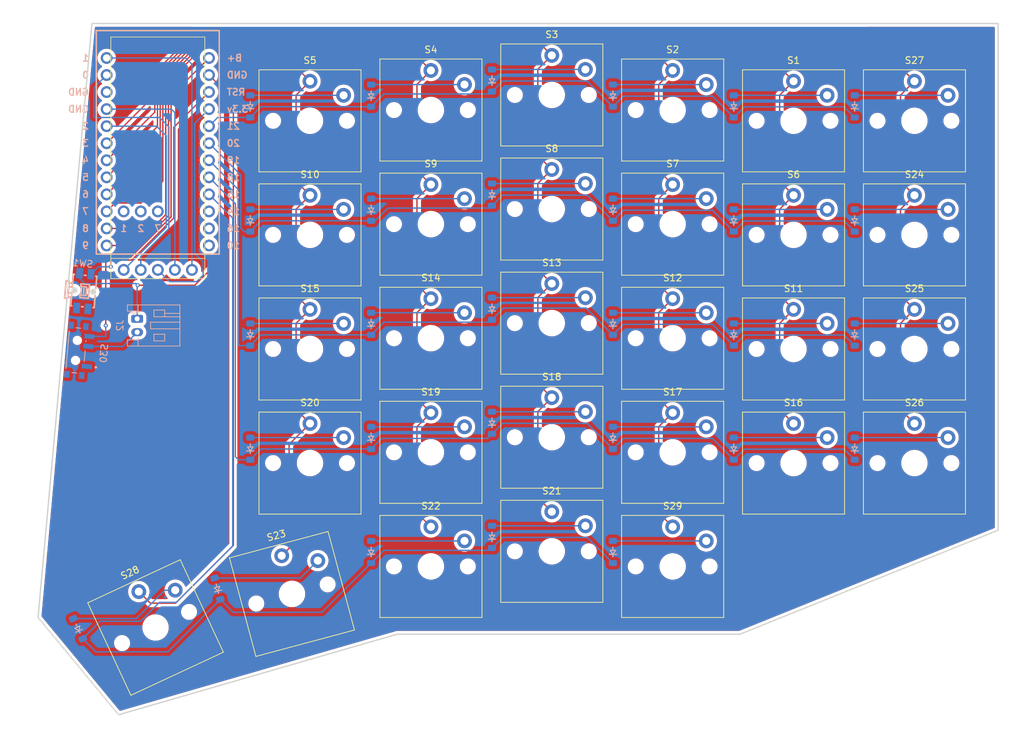
<source format=kicad_pcb>
(kicad_pcb (version 20240108) (generator "pcbnew") (generator_version "8.0")
  (layers (0 "F.Cu" signal) (31 "B.Cu" signal) (34 "B.Paste" user) (35 "F.Paste" user) (36 "B.SilkS" user "B.Silkscreen") (37 "F.SilkS" user "F.Silkscreen") (38 "B.Mask" user) (39 "F.Mask" user) (44 "Edge.Cuts" user))
  (net 0 "")
  (net 1 "row0")
  (net 2 "Net-(D1-A)")
  (net 3 "Net-(D2-A)")
  (net 4 "row1")
  (net 5 "Net-(D3-A)")
  (net 6 "row2")
  (net 7 "Net-(D4-A)")
  (net 8 "row3")
  (net 9 "Net-(D5-A)")
  (net 10 "Net-(D6-A)")
  (net 11 "Net-(D7-A)")
  (net 12 "Net-(D8-A)")
  (net 13 "Net-(D9-A)")
  (net 14 "Net-(D10-A)")
  (net 15 "Net-(D11-A)")
  (net 16 "Net-(D12-A)")
  (net 17 "Net-(D13-A)")
  (net 18 "row4")
  (net 19 "Net-(D14-A)")
  (net 20 "Net-(D15-A)")
  (net 21 "Net-(D16-A)")
  (net 22 "Net-(D17-A)")
  (net 23 "Net-(D18-A)")
  (net 24 "Net-(D19-A)")
  (net 25 "Net-(D20-A)")
  (net 26 "Net-(D21-A)")
  (net 27 "Net-(D22-A)")
  (net 28 "Net-(D23-A)")
  (net 29 "Net-(D24-A)")
  (net 30 "Net-(D25-A)")
  (net 31 "Net-(D26-A)")
  (net 32 "Net-(D27-A)")
  (net 33 "Net-(D28-A)")
  (net 34 "Net-(D29-A)")
  (net 35 "col0")
  (net 36 "col1")
  (net 37 "col2")
  (net 38 "col3")
  (net 39 "col4")
  (net 40 "col5")
  (net 41 "view_gnd")
  (net 42 "CS")
  (net 43 "SCK")
  (net 44 "view_pwr")
  (net 45 "row5")
  (net 46 "col6")
  (net 47 "MOSI")
  (net 48 "gnd")
  (net 49 "bat+")
  (net 51 "nano+")
  (net 54 "reset")
  (footprint "ScottoKeebs_Choc:Choc_V1_1.00u" (layer "F.Cu") (at 134.162628 127.65)
    (property "Reference" "S22")
    (property "Value" "Keyswitch")
  )
  (footprint "ScottoKeebs_Choc:Choc_V1_1.00u" (layer "F.Cu") (at 152.162628 91.4)
    (property "Reference" "S13")
    (property "Value" "Keyswitch")
  )
  (footprint "ScottoKeebs_Choc:Choc_V1_1.00u" (layer "F.Cu") (at 188.162628 95.25)
    (property "Reference" "S11")
    (property "Value" "Keyswitch")
  )
  (footprint "ScottoKeebs_Choc:Choc_V1_1.00u" (layer "F.Cu") (at 113.47522 131.75 15)
    (property "Reference" "S23")
    (property "Value" "Keyswitch")
  )
  (footprint "ScottoKeebs_Choc:Choc_V1_1.00u" (layer "F.Cu") (at 188.162628 112.25)
    (property "Reference" "S16")
    (property "Value" "Keyswitch")
  )
  (footprint "ScottoKeebs_Choc:Choc_V1_1.00u" (layer "F.Cu") (at 206.162628 112.25)
    (property "Reference" "S26")
    (property "Value" "Keyswitch")
  )
  (footprint "ScottoKeebs_Choc:Choc_V1_1.00u" (layer "F.Cu") (at 93.162628 136.75 25)
    (property "Reference" "S28")
    (property "Value" "Keyswitch")
  )
  (footprint "ScottoKeebs_Choc:Choc_V1_1.00u" (layer "F.Cu") (at 152.162628 74.4)
    (property "Reference" "S8")
    (property "Value" "Keyswitch")
  )
  (footprint "ScottoKeebs_Choc:Choc_V1_1.00u" (layer "F.Cu") (at 206.162628 78.25)
    (property "Reference" "S24")
    (property "Value" "Keyswitch")
  )
  (footprint "ScottoKeebs_Choc:Choc_V1_1.00u" (layer "F.Cu") (at 170.162628 93.65)
    (property "Reference" "S12")
    (property "Value" "Keyswitch")
  )
  (footprint "ScottoKeebs_Choc:Choc_V1_1.00u" (layer "F.Cu") (at 116.162628 95.25)
    (property "Reference" "S15")
    (property "Value" "Keyswitch")
  )
  (footprint "ScottoKeebs_Choc:Choc_V1_1.00u" (layer "F.Cu") (at 170.162628 59.65)
    (property "Reference" "S2")
    (property "Value" "Keyswitch")
  )
  (footprint "ScottoKeebs_Choc:Choc_V1_1.00u" (layer "F.Cu") (at 206.162628 95.25)
    (property "Reference" "S25")
    (property "Value" "Keyswitch")
  )
  (footprint "ScottoKeebs_Choc:Choc_V1_1.00u" (layer "F.Cu") (at 170.162628 110.65)
    (property "Reference" "S17")
    (property "Value" "Keyswitch")
  )
  (footprint "ScottoKeebs_Choc:Choc_V1_1.00u" (layer "F.Cu") (at 152.162628 57.4)
    (property "Reference" "S3")
    (property "Value" "Keyswitch")
  )
  (footprint "ScottoKeebs_Choc:Choc_V1_1.00u" (layer "F.Cu") (at 170.162628 127.65)
    (property "Reference" "S29")
    (property "Value" "Keyswitch")
  )
  (footprint "ScottoKeebs_Choc:Choc_V1_1.00u" (layer "F.Cu") (at 170.162628 76.65)
    (property "Reference" "S7")
    (property "Value" "Keyswitch")
  )
  (footprint "ScottoKeebs_Choc:Choc_V1_1.00u" (layer "F.Cu") (at 134.162628 93.65)
    (property "Reference" "S14")
    (property "Value" "Keyswitch")
  )
  (footprint "Nice!View_THT:Nice!View" (layer "F.Cu") (at 86.500128 84.7625)
    (property "Reference" "J1" (hide yes))
    (property "Value" "Conn_01x05_Socket" (hide yes))
  )
  (footprint "ScottoKeebs_Choc:Choc_V1_1.00u" (layer "F.Cu") (at 152.162628 108.4)
    (property "Reference" "S18")
    (property "Value" "Keyswitch")
  )
  (footprint "ScottoKeebs_Choc:Choc_V1_1.00u" (layer "F.Cu") (at 188.162628 78.25)
    (property "Reference" "S6")
    (property "Value" "Keyswitch")
  )
  (footprint "ScottoKeebs_MCU:Nice_Nano_V2" (layer "F.Cu") (at 93.5 65.58)
    (property "Reference" "U3" (hide yes))
    (property "Value" "Nice_Nano_V2" (hide yes))
  )
  (footprint "ScottoKeebs_Choc:Choc_V1_1.00u" (layer "F.Cu") (at 152.162628 125.4)
    (property "Reference" "S21")
    (property "Value" "Keyswitch")
  )
  (footprint "ScottoKeebs_Choc:Choc_V1_1.00u" (layer "F.Cu") (at 206.162628 61.25)
    (property "Reference" "S27")
    (property "Value" "Keyswitch")
  )
  (footprint "ScottoKeebs_Choc:Choc_V1_1.00u" (layer "F.Cu") (at 188.162628 61.25)
    (property "Reference" "S1")
    (property "Value" "Keyswitch")
  )
  (footprint "ScottoKeebs_Choc:Choc_V1_1.00u" (layer "F.Cu") (at 134.162628 110.65)
    (property "Reference" "S19")
    (property "Value" "Keyswitch")
  )
  (footprint "ScottoKeebs_Choc:Choc_V1_1.00u" (layer "F.Cu") (at 116.162628 112.25)
    (property "Reference" "S20")
    (property "Value" "Keyswitch")
  )
  (footprint "ScottoKeebs_Choc:Choc_V1_1.00u" (layer "F.Cu") (at 134.162628 59.65)
    (property "Reference" "S4")
    (property "Value" "Keyswitch")
  )
  (footprint "ScottoKeebs_Choc:Choc_V1_1.00u" (layer "F.Cu") (at 116.162628 78.25)
    (property "Reference" "S10")
    (property "Value" "Keyswitch")
  )
  (footprint "ScottoKeebs_Choc:Choc_V1_1.00u" (layer "F.Cu") (at 116.162628 61.25)
    (property "Reference" "S5")
    (property "Value" "Keyswitch")
  )
  (footprint "ScottoKeebs_Choc:Choc_V1_1.00u" (layer "F.Cu") (at 134.162628 76.65)
    (property "Reference" "S9")
    (property "Value" "Keyswitch")
  )
  (footprint "ScottoKeebs_Components:Diode_SOD-123" (layer "B.Cu") (at 125.262628 125.5 90)
    (property "Reference" "D22" (hide yes))
    (property "Value" "Diode")
  )
  (footprint "ScottoKeebs_Components:Diode_SOD-123" (layer "B.Cu") (at 143.262628 106.25 90)
    (property "Reference" "D18" (hide yes))
    (property "Value" "Diode")
  )
  (footprint "ScottoKeebs_Components:Diode_SOD-123" (layer "B.Cu") (at 125.262628 91.5 90)
    (property "Reference" "D9" (hide yes))
    (property "Value" "Diode")
  )
  (footprint "ScottoKeebs_Components:Diode_SOD-123" (layer "B.Cu") (at 179.262628 76.1 90)
    (property "Reference" "D11" (hide yes))
    (property "Value" "Diode")
  )
  (footprint "ScottoKeebs_Components:Diode_SOD-123" (layer "B.Cu") (at 179.262628 110.1 90)
    (property "Reference" "D16" (hide yes))
    (property "Value" "Diode")
  )
  (footprint "Connector_JST:JST_PH_S2B-PH-K_1x02_P2.00mm_Horizontal" (layer "B.Cu") (at 90.425128 90.75 -90)
    (property "Reference" "J2")
    (property "Value" "Conn_01x02")
  )
  (footprint "ScottoKeebs_Components:Diode_SOD-123" (layer "B.Cu") (at 179.262628 93.1 90)
    (property "Reference" "D6" (hide yes))
    (property "Value" "Diode")
  )
  (footprint "ScottoKeebs_Components:Diode_SOD-123" (layer "B.Cu") (at 161.262628 74.5 90)
    (property "Reference" "D12" (hide yes))
    (property "Value" "Diode")
  )
  (footprint "ScottoKeebs_Components:Diode_SOD-123" (layer "B.Cu") (at 161.262628 108.5 90)
    (property "Reference" "D17" (hide yes))
    (property "Value" "Diode")
  )
  (footprint "ScottoKeebs_Components:Diode_SOD-123" (layer "B.Cu") (at 107.262628 59.1 90)
    (property "Reference" "D5" (hide yes))
    (property "Value" "Diode")
  )
  (footprint "ScottoKeebs_Components:Diode_SOD-123" (layer "B.Cu") (at 161.262628 57.5 90)
    (property "Reference" "D2" (hide yes))
    (property "Value" "Diode")
  )
  (footprint "ScottoKeebs_Components:Diode_SOD-123" (layer "B.Cu") (at 197.262628 76.1 90)
    (property "Reference" "D24" (hide yes))
    (property "Value" "Diode")
  )
  (footprint "ScottoKeebs_Components:Diode_SOD-123" (layer "B.Cu") (at 125.262628 74.5 90)
    (property "Reference" "D14" (hide yes))
    (property "Value" "Diode")
  )
  (footprint "SSSS811101:SW_SSSS811101" (layer "B.Cu") (at 81.375128 95.4625 85)
    (property "Reference" "S30")
    (property "Value" "SSSS811101")
  )
  (footprint "ScottoKeebs_Components:Diode_SOD-123" (layer "B.Cu") (at 107.262628 110.1 90)
    (property "Reference" "D20" (hide yes))
    (property "Value" "Diode")
  )
  (footprint "ScottoKeebs_Components:Diode_SOD-123" (layer "B.Cu") (at 197.262628 59.1 90)
    (property "Reference" "D27" (hide yes))
    (property "Value" "Diode")
  )
  (footprint "ScottoKeebs_Components:Diode_SOD-123" (layer "B.Cu") (at 161.262628 91.5 90)
    (property "Reference" "D7" (hide yes))
    (property "Value" "Diode")
  )
  (footprint "ScottoKeebs_Components:Diode_SOD-123" (layer "B.Cu") (at 125.262628 57.5 90)
    (property "Reference" "D4" (hide yes))
    (property "Value" "Diode")
  )
  (footprint "ScottoKeebs_Components:Diode_SOD-123" (layer "B.Cu") (at 81.619499 136.917242 115)
    (property "Reference" "D28" (hide yes))
    (property "Value" "Diode")
  )
  (footprint "ScottoKeebs_Components:Diode_SOD-123" (layer "B.Cu") (at 143.262628 89.25 90)
    (property "Reference" "D8" (hide yes))
    (property "Value" "Diode")
  )
  (footprint "ScottoKeebs_Components:Diode_SOD-123" (layer "B.Cu") (at 143.262628 55.25 90)
    (property "Reference" "D3" (hide yes))
    (property "Value" "Diode")
  )
  (footprint "ScottoKeebs_Components:Diode_SOD-123" (layer "B.Cu") (at 107.262628 93.1 90)
    (property "Reference" "D10" (hide yes))
    (property "Value" "Diode")
  )
  (footprint "ScottoKeebs_Components:Diode_SOD-123" (layer "B.Cu") (at 197.262628 93.1 90)
    (property "Reference" "D25" (hide yes))
    (property "Value" "Diode")
  )
  (footprint "ScottoKeebs_Components:Diode_SOD-123" (layer "B.Cu") (at 143.262628 72.25 90)
    (property "Reference" "D13" (hide yes))
    (property "Value" "Diode")
  )
  (footprint "ScottoKeebs_Components:Diode_SOD-123" (layer "B.Cu") (at 179.262628 59.1 90)
    (property "Reference" "D1" (hide yes))
    (property "Value" "Diode")
  )
  (footprint "EVQPUC02K:EVQPUC02K" (layer "B.Cu") (at 82.475128 86.6125 175)
    (property "Reference" "SW1")
    (property "Value" "~" (hide yes))
    (fp_poly (pts (xy 1.85 0) (xy 1.831772 0.12678) (xy 1.778564 0.243288) (xy 1.694687 0.340087) (xy 1.586937 0.409334) (xy 1.464042 0.44542) (xy 1.335958 0.44542) (xy 1.213063 0.409334) (xy 1.105313 0.340087) (xy 1.021436 0.243288) (xy 0.968228 0.12678) (xy 0.95 0) (xy 0.968228 -0.12678) (xy 1.021436 -0.243288) (xy 1.105313 -0.340086) (xy 1.213063 -0.409334) (xy 1.335958 -0.44542) (xy 1.464042 -0.44542) (xy 1.586937 -0.409334) (xy 1.694687 -0.340087) (xy 1.778564 -0.243288) (xy 1.831772 -0.12678)) (fill solid) (layer "Edge.Cuts"))
    (fp_poly (pts (xy -0.95 0) (xy -0.968228 0.12678) (xy -1.021436 0.243288) (xy -1.105313 0.340086) (xy -1.213063 0.409334) (xy -1.335958 0.44542) (xy -1.464042 0.44542) (xy -1.586937 0.409334) (xy -1.694687 0.340087) (xy -1.778564 0.243288) (xy -1.831772 0.12678) (xy -1.85 0) (xy -1.831772 -0.12678) (xy -1.778564 -0.243288) (xy -1.694687 -0.340087) (xy -1.586937 -0.409334) (xy -1.464042 -0.44542) (xy -1.335958 -0.44542) (xy -1.213063 -0.409334) (xy -1.105313 -0.340087) (xy -1.021436 -0.243288) (xy -0.968228 -0.12678)) (fill solid) (layer "Edge.Cuts"))
  )
  (footprint "ScottoKeebs_Components:Diode_SOD-123" (layer "B.Cu") (at 125.262628 108.5 90)
    (property "Reference" "D19" (hide yes))
    (property "Value" "Diode")
  )
  (footprint "ScottoKeebs_Components:Diode_SOD-123" (layer "B.Cu") (at 102.371142 130.971351 105)
    (property "Reference" "D23" (hide yes))
    (property "Value" "Diode")
  )
  (footprint "ScottoKeebs_Components:Diode_SOD-123" (layer "B.Cu") (at 161.262628 125.5 90)
    (property "Reference" "D29" (hide yes))
    (property "Value" "Diode")
  )
  (footprint "ScottoKeebs_Components:Diode_SOD-123" (layer "B.Cu") (at 197.262628 110.1 90)
    (property "Reference" "D26" (hide yes))
    (property "Value" "Diode")
  )
  (footprint "ScottoKeebs_Components:Diode_SOD-123" (layer "B.Cu") (at 107.262628 76.1 90)
    (property "Reference" "D15" (hide yes))
    (property "Value" "Diode")
  )
  (footprint "ScottoKeebs_Components:Diode_SOD-123" (layer "B.Cu") (at 143.262628 123.25 90)
    (property "Reference" "D21" (hide yes))
    (property "Value" "Diode")
  )
  (gr_poly (pts (xy 83.687628 46.75) (xy 75.662628 135.25) (xy 87.662628 149.75) (xy 125.662628 138.75) (xy 129.162628 137.75) (xy 180.162628 137.75) (xy 218.625128 122.25) (xy 218.625128 46.75)) (stroke (width 0.2)) (fill none) (layer "Edge.Cuts"))
  (segment (start 102.42 60.75) (end 101.12 62.05) (width 0.2) (layer "B.Cu") (net 1))
  (segment (start 179.262628 60.75) (end 180.837628 59.175) (width 0.2) (layer "B.Cu") (net 1))
  (segment (start 195.687628 59.175) (end 197.262628 60.75) (width 0.2) (layer "B.Cu") (net 1))
  (segment (start 157.437628 55.325) (end 161.262628 59.15) (width 0.2) (layer "B.Cu") (net 1))
  (segment (start 180.837628 59.175) (end 195.687628 59.175) (width 0.2) (layer "B.Cu") (net 1))
  (segment (start 144.837628 55.325) (end 157.437628 55.325) (width 0.2) (layer "B.Cu") (net 1))
  (segment (start 108.862628 59.15) (end 125.262628 59.15) (width 0.2) (layer "B.Cu") (net 1))
  (segment (start 125.262628 59.15) (end 127.162628 57.25) (width 0.2) (layer "B.Cu") (net 1))
  (segment (start 176.087628 57.575) (end 179.262628 60.75) (width 0.2) (layer "B.Cu") (net 1))
  (segment (start 162.837628 57.575) (end 176.087628 57.575) (width 0.2) (layer "B.Cu") (net 1))
  (segment (start 142.912628 57.25) (end 143.262628 56.9) (width 0.2) (layer "B.Cu") (net 1))
  (segment (start 107.262628 60.75) (end 108.862628 59.15) (width 0.2) (layer "B.Cu") (net 1))
  (segment (start 143.262628 56.9) (end 144.837628 55.325) (width 0.2) (layer "B.Cu") (net 1))
  (segment (start 127.162628 57.25) (end 142.912628 57.25) (width 0.2) (layer "B.Cu") (net 1))
  (segment (start 107.262628 60.75) (end 102.42 60.75) (width 0.2) (layer "B.Cu") (net 1))
  (segment (start 161.262628 59.15) (end 162.837628 57.575) (width 0.2) (layer "B.Cu") (net 1))
  (segment (start 193.162628 57.45) (end 179.262628 57.45) (width 0.2) (layer "B.Cu") (net 2))
  (segment (start 175.162628 55.85) (end 161.262628 55.85) (width 0.2) (layer "B.Cu") (net 3))
  (segment (start 107.262628 77.75) (end 106.35 77.75) (width 0.2) (layer "B.Cu") (net 4))
  (segment (start 125.862628 76.15) (end 127.762628 74.25) (width 0.2) (layer "B.Cu") (net 4))
  (segment (start 108.862628 76.15) (end 125.262628 76.15) (width 0.2) (layer "B.Cu") (net 4))
  (segment (start 195.687628 76.175) (end 197.262628 77.75) (width 0.2) (layer "B.Cu") (net 4))
  (segment (start 157.437628 72.325) (end 161.262628 76.15) (width 0.2) (layer "B.Cu") (net 4))
  (segment (start 176.087628 74.575) (end 179.262628 77.75) (width 0.2) (layer "B.Cu") (net 4))
  (segment (start 180.837628 76.175) (end 195.687628 76.175) (width 0.2) (layer "B.Cu") (net 4))
  (segment (start 162.837628 74.575) (end 176.087628 74.575) (width 0.2) (layer "B.Cu") (net 4))
  (segment (start 143.262628 73.9) (end 144.837628 72.325) (width 0.2) (layer "B.Cu") (net 4))
  (segment (start 105.85 69.32) (end 101.12 64.59) (width 0.2) (layer "B.Cu") (net 4))
  (segment (start 144.837628 72.325) (end 157.437628 72.325) (width 0.2) (layer "B.Cu") (net 4))
  (segment (start 105.85 77.25) (end 105.85 69.32) (width 0.2) (layer "B.Cu") (net 4))
  (segment (start 142.912628 74.25) (end 143.262628 73.9) (width 0.2) (layer "B.Cu") (net 4))
  (segment (start 179.262628 77.75) (end 180.837628 76.175) (width 0.2) (layer "B.Cu") (net 4))
  (segment (start 161.262628 76.15) (end 162.837628 74.575) (width 0.2) (layer "B.Cu") (net 4))
  (segment (start 127.762628 74.25) (end 142.912628 74.25) (width 0.2) (layer "B.Cu") (net 4))
  (segment (start 106.35 77.75) (end 105.85 77.25) (width 0.2) (layer "B.Cu") (net 4))
  (segment (start 125.262628 76.15) (end 125.862628 76.15) (width 0.2) (layer "B.Cu") (net 4))
  (segment (start 107.262628 77.75) (end 108.862628 76.15) (width 0.2) (layer "B.Cu") (net 4))
  (segment (start 157.162628 53.6) (end 143.262628 53.6) (width 0.2) (layer "B.Cu") (net 5))
  (segment (start 105.45 71.46) (end 101.12 67.13) (width 0.2) (layer "B.Cu") (net 6))
  (segment (start 176.087628 91.575) (end 179.262628 94.75) (width 0.2) (layer "B.Cu") (net 6))
  (segment (start 161.262628 93.15) (end 162.837628 91.575) (width 0.2) (layer "B.Cu") (net 6))
  (segment (start 142.912628 91.25) (end 143.262628 90.9) (width 0.2) (layer "B.Cu") (net 6))
  (segment (start 180.837628 93.175) (end 195.687628 93.175) (width 0.2) (layer "B.Cu") (net 6))
  (segment (start 108.862628 93.15) (end 125.262628 93.15) (width 0.2) (layer "B.Cu") (net 6))
  (segment (start 162.837628 91.575) (end 176.087628 91.575) (width 0.2) (layer "B.Cu") (net 6))
  (segment (start 127.162628 91.25) (end 142.912628 91.25) (width 0.2) (layer "B.Cu") (net 6))
  (segment (start 157.262628 89.15) (end 161.262628 93.15) (width 0.2) (layer "B.Cu") (net 6))
  (segment (start 105.7 94.75) (end 105.45 94.5) (width 0.2) (layer "B.Cu") (net 6))
  (segment (start 195.687628 93.175) (end 197.262628 94.75) (width 0.2) (layer "B.Cu") (net 6))
  (segment (start 107.262628 94.75) (end 108.862628 93.15) (width 0.2) (layer "B.Cu") (net 6))
  (segment (start 143.262628 90.9) (end 145.012628 89.15) (width 0.2) (layer "B.Cu") (net 6))
  (segment (start 179.262628 94.75) (end 180.837628 93.175) (width 0.2) (layer "B.Cu") (net 6))
  (segment (start 145.012628 89.15) (end 157.262628 89.15) (width 0.2) (layer "B.Cu") (net 6))
  (segment (start 125.262628 93.15) (end 127.162628 91.25) (width 0.2) (layer "B.Cu") (net 6))
  (segment (start 105.45 94.5) (end 105.45 71.46) (width 0.2) (layer "B.Cu") (net 6))
  (segment (start 107.262628 94.75) (end 105.7 94.75) (width 0.2) (layer "B.Cu") (net 6))
  (segment (start 125.262628 55.85) (end 139.162628 55.85) (width 0.2) (layer "B.Cu") (net 7))
  (segment (start 105.05 73.6) (end 101.12 69.67) (width 0.2) (layer "B.Cu") (net 8))
  (segment (start 105.5 111.75) (end 105.05 111.3) (width 0.2) (layer "B.Cu") (net 8))
  (segment (start 161.262628 110.15) (end 162.837628 108.575) (width 0.2) (layer "B.Cu") (net 8))
  (segment (start 179.262628 111.75) (end 180.837628 110.175) (width 0.2) (layer "B.Cu") (net 8))
  (segment (start 126.837628 108.575) (end 142.587628 108.575) (width 0.2) (layer "B.Cu") (net 8))
  (segment (start 144.837628 106.325) (end 157.437628 106.325) (width 0.2) (layer "B.Cu") (net 8))
  (segment (start 105.05 111.3) (end 105.05 73.6) (width 0.2) (layer "B.Cu") (net 8))
  (segment (start 107.262628 111.75) (end 105.5 111.75) (width 0.2) (layer "B.Cu") (net 8))
  (segment (start 143.262628 107.9) (end 144.837628 106.325) (width 0.2) (layer "B.Cu") (net 8))
  (segment (start 107.262628 111.75) (end 108.862628 110.15) (width 0.2) (layer "B.Cu") (net 8))
  (segment (start 157.437628 106.325) (end 161.262628 110.15) (width 0.2) (layer "B.Cu") (net 8))
  (segment (start 195.687628 110.175) (end 197.262628 111.75) (width 0.2) (layer "B.Cu") (net 8))
  (segment (start 142.587628 108.575) (end 143.262628 107.9) (width 0.2) (layer "B.Cu") (net 8))
  (segment (start 108.862628 110.15) (end 125.262628 110.15) (width 0.2) (layer "B.Cu") (net 8))
  (segment (start 162.837628 108.575) (end 176.087628 108.575) (width 0.2) (layer "B.Cu") (net 8))
  (segment (start 180.837628 110.175) (end 195.687628 110.175) (width 0.2) (layer "B.Cu") (net 8))
  (segment (start 176.087628 108.575) (end 179.262628 111.75) (width 0.2) (layer "B.Cu") (net 8))
  (segment (start 125.262628 110.15) (end 126.837628 108.575) (width 0.2) (layer "B.Cu") (net 8))
  (segment (start 121.162628 57.45) (end 107.262628 57.45) (width 0.2) (layer "B.Cu") (net 9))
  (segment (start 193.162628 91.45) (end 179.262628 91.45) (width 0.2) (layer "B.Cu") (net 10))
  (segment (start 175.162628 89.85) (end 161.262628 89.85) (width 0.2) (layer "B.Cu") (net 11))
  (segment (start 157.4 87.6) (end 157.75 87.25) (width 0.2) (layer "B.Cu") (net 12))
  (segment (start 157.162628 87.6) (end 157.4 87.6) (width 0.2) (layer "B.Cu") (net 12))
  (segment (start 157.4 87.6) (end 143.262628 87.6) (width 0.2) (layer "B.Cu") (net 12))
  (segment (start 125.262628 89.85) (end 139.162628 89.85) (width 0.2) (layer "B.Cu") (net 13))
  (segment (start 121.162628 91.45) (end 107.262628 91.45) (width 0.2) (layer "B.Cu") (net 14))
  (segment (start 179.262628 74.45) (end 193.162628 74.45) (width 0.2) (layer "B.Cu") (net 15))
  (segment (start 161.262628 72.85) (end 175.162628 72.85) (width 0.2) (layer "B.Cu") (net 16))
  (segment (start 143.262628 70.6) (end 157.162628 70.6) (width 0.2) (layer "B.Cu") (net 17))
  (segment (start 104.65 124.611056) (end 104.65 75.74) (width 0.2) (layer "B.Cu") (net 18))
  (segment (start 82.316819 138.41265) (end 84.27857 140.374401) (width 0.2) (layer "B.Cu") (net 18))
  (segment (start 84.907635 135.821834) (end 90.928166 135.821834) (width 0.2) (layer "B.Cu") (net 18))
  (segment (start 93.75 133) (end 96.261056 133) (width 0.2) (layer "B.Cu") (net 18))
  (segment (start 157.437628 123.325) (end 161.262628 127.15) (width 0.2) (layer "B.Cu") (net 18))
  (segment (start 84.27857 140.374401) (end 94.988922 140.374401) (width 0.2) (layer "B.Cu") (net 18))
  (segment (start 94.988922 140.374401) (end 102.798195 132.565128) (width 0.2) (layer "B.Cu") (net 18))
  (segment (start 125.262628 127.15) (end 127.162628 125.25) (width 0.2) (layer "B.Cu") (net 18))
  (segment (start 117.939123 134.473505) (end 125.262628 127.15) (width 0.2) (layer "B.Cu") (net 18))
  (segment (start 102.798195 132.565128) (end 104.706572 134.473505) (width 0.2) (layer "B.Cu") (net 18))
  (segment (start 127.162628 125.25) (end 142.912628 125.25) (width 0.2) (layer "B.Cu") (net 18))
  (segment (start 82.316819 138.41265) (end 84.907635 135.821834) (width 0.2) (layer "B.Cu") (net 18))
  (segment (start 144.837628 123.325) (end 157.437628 123.325) (width 0.2) (layer "B.Cu") (net 18))
  (segment (start 142.912628 125.25) (end 143.262628 124.9) (width 0.2) (layer "B.Cu") (net 18))
  (segment (start 96.261056 133) (end 104.65 124.611056) (width 0.2) (layer "B.Cu") (net 18))
  (segment (start 104.65 75.74) (end 101.12 72.21) (width 0.2) (layer "B.Cu") (net 18))
  (segment (start 104.706572 134.473505) (end 117.939123 134.473505) (width 0.2) (layer "B.Cu") (net 18))
  (segment (start 143.262628 124.9) (end 144.837628 123.325) (width 0.2) (layer "B.Cu") (net 18))
  (segment (start 90.928166 135.821834) (end 93.75 133) (width 0.2) (layer "B.Cu") (net 18))
  (segment (start 139.162628 72.85) (end 125.262628 72.85) (width 0.2) (layer "B.Cu") (net 19))
  (segment (start 107.262628 74.45) (end 121.162628 74.45) (width 0.2) (layer "B.Cu") (net 20))
  (segment (start 179.262628 108.45) (end 193.162628 108.45) (width 0.2) (layer "B.Cu") (net 21))
  (segment (start 161.262628 106.85) (end 175.162628 106.85) (width 0.2) (layer "B.Cu") (net 22))
  (segment (start 143.262628 104.6) (end 157.162628 104.6) (width 0.2) (layer "B.Cu") (net 23))
  (segment (start 139.162628 106.85) (end 125.262628 106.85) (width 0.2) (layer "B.Cu") (net 24))
  (segment (start 107.262628 108.45) (end 121.162628 108.45) (width 0.2) (layer "B.Cu") (net 25))
  (segment (start 157.162628 121.6) (end 143.262628 121.6) (width 0.2) (layer "B.Cu") (net 26))
  (segment (start 125.262628 123.85) (end 139.162628 123.85) (width 0.2) (layer "B.Cu") (net 27))
  (segment (start 114.729151 129.377574) (end 101.944089 129.377574) (width 0.2) (layer "B.Cu") (net 28))
  (segment (start 117.321338 126.785387) (end 114.729151 129.377574) (width 0.2) (layer "B.Cu") (net 28))
  (segment (start 211.162628 74.45) (end 197.262628 74.45) (width 0.2) (layer "B.Cu") (net 29))
  (segment (start 211.162628 91.45) (end 197.262628 91.45) (width 0.2) (layer "B.Cu") (net 30))
  (segment (start 211.162628 108.45) (end 197.262628 108.45) (width 0.2) (layer "B.Cu") (net 31))
  (segment (start 197.262628 57.45) (end 211.162628 57.45) (width 0.2) (layer "B.Cu") (net 32))
  (segment (start 96.088218 131.192939) (end 94.532584 131.192939) (width 0.2) (layer "B.Cu") (net 33))
  (segment (start 94.532584 131.192939) (end 90.303689 135.421834) (width 0.2) (layer "B.Cu") (net 33))
  (segment (start 90.303689 135.421834) (end 80.922179 135.421834) (width 0.2) (layer "B.Cu") (net 33))
  (segment (start 175.162628 123.85) (end 161.262628 123.85) (width 0.2) (layer "B.Cu") (net 34))
  (segment (start 204.087628 91.425) (end 206.162628 89.35) (width 0.2) (layer "F.Cu") (net 35))
  (segment (start 92.5 57.97) (end 85.88 64.59) (width 0.2) (layer "F.Cu") (net 35))
  (segment (start 204.087628 87.275) (end 204.087628 74.425) (width 0.2) (layer "F.Cu") (net 35))
  (segment (start 99.505885 47.6) (end 92.5 54.605885) (width 0.2) (layer "F.Cu") (net 35))
  (segment (start 204.087628 74.425) (end 206.162628 72.35) (width 0.2) (layer "F.Cu") (net 35))
  (segment (start 198.412628 47.6) (end 99.505885 47.6) (width 0.2) (layer "F.Cu") (net 35))
  (segment (start 206.162628 55.35) (end 204.087628 57.425) (width 0.2) (layer "F.Cu") (net 35))
  (segment (start 204.087628 104.275) (end 204.087628 91.425) (width 0.2) (layer "F.Cu") (net 35))
  (segment (start 206.162628 106.35) (end 204.087628 104.275) (width 0.2) (layer "F.Cu") (net 35))
  (segment (start 204.087628 70.275) (end 206.162628 72.35) (width 0.2) (layer "F.Cu") (net 35))
  (segment (start 204.087628 57.425) (end 204.087628 70.275) (width 0.2) (layer "F.Cu") (net 35))
  (segment (start 92.5 54.605885) (end 92.5 57.97) (width 0.2) (layer "F.Cu") (net 35))
  (segment (start 206.162628 89.35) (end 204.087628 87.275) (width 0.2) (layer "F.Cu") (net 35))
  (segment (start 206.162628 55.35) (end 198.412628 47.6) (width 0.2) (layer "F.Cu") (net 35))
  (segment (start 188.162628 89.35) (end 186.087628 87.275) (width 0.2) (layer "F.Cu") (net 36))
  (segment (start 93.05 54.621571) (end 93.05 59.96) (width 0.2) (layer "F.Cu") (net 36))
  (segment (start 180.812628 48) (end 99.671571 48) (width 0.2) (layer "F.Cu") (net 36))
  (segment (start 186.087628 87.275) (end 186.087628 74.425) (width 0.2) (layer "F.Cu") (net 36))
  (segment (start 186.087628 74.425) (end 188.162628 72.35) (width 0.2) (layer "F.Cu") (net 36))
  (segment (start 93.05 59.96) (end 85.88 67.13) (width 0.2) (layer "F.Cu") (net 36))
  (segment (start 188.162628 72.35) (end 186.087628 70.275) (width 0.2) (layer "F.Cu") (net 36))
  (segment (start 186.087628 104.275) (end 186.087628 91.425) (width 0.2) (layer "F.Cu") (net 36))
  (segment (start 99.671571 48) (end 93.05 54.621571) (width 0.2) (layer "F.Cu") (net 36))
  (segment (start 186.087628 57.425) (end 188.162628 55.35) (width 0.2) (layer "F.Cu") (net 36))
  (segment (start 188.162628 106.35) (end 186.087628 104.275) (width 0.2) (layer "F.Cu") (net 36))
  (segment (start 186.087628 70.275) (end 186.087628 57.425) (width 0.2) (layer "F.Cu") (net 36))
  (segment (start 188.162628 55.35) (end 180.812628 48) (width 0.2) (layer "F.Cu") (net 36))
  (segment (start 186.087628 91.425) (end 188.162628 89.35) (width 0.2) (layer "F.Cu") (net 36))
  (segment (start 170.162628 53.75) (end 164.812628 48.4) (width 0.2) (layer "F.Cu") (net 37))
  (segment (start 168.087628 89.825) (end 170.162628 87.75) (width 0.2) (layer "F.Cu") (net 37))
  (segment (start 168.087628 106.825) (end 170.162628 104.75) (width 0.2) (layer "F.Cu") (net 37))
  (segment (start 93.45 54.787257) (end 93.45 62.1) (width 0.2) (layer "F.Cu") (net 37))
  (segment (start 99.837257 48.4) (end 93.45 54.787257) (width 0.2) (layer "F.Cu") (net 37))
  (segment (start 168.087628 55.825) (end 170.162628 53.75) (width 0.2) (layer "F.Cu") (net 37))
  (segment (start 170.162628 121.75) (end 168.087628 119.675) (width 0.2) (layer "F.Cu") (net 37))
  (segment (start 164.812628 48.4) (end 99.837257 48.4) (width 0.2) (layer "F.Cu") (net 37))
  (segment (start 93.45 62.1) (end 85.88 69.67) (width 0.2) (layer "F.Cu") (net 37))
  (segment (start 170.162628 87.75) (end 168.087628 85.675) (width 0.2) (layer "F.Cu") (net 37))
  (segment (start 168.087628 72.825) (end 170.162628 70.75) (width 0.2) (layer "F.Cu") (net 37))
  (segment (start 168.087628 119.675) (end 168.087628 106.825) (width 0.2) (layer "F.Cu") (net 37))
  (segment (start 168.087628 68.675) (end 168.087628 55.825) (width 0.2) (layer "F.Cu") (net 37))
  (segment (start 170.162628 70.75) (end 168.087628 68.675) (width 0.2) (layer "F.Cu") (net 37))
  (segment (start 168.087628 102.675) (end 168.087628 89.825) (width 0.2) (layer "F.Cu") (net 37))
  (segment (start 170.162628 104.75) (end 168.087628 102.675) (width 0.2) (layer "F.Cu") (net 37))
  (segment (start 168.087628 85.675) (end 168.087628 72.825) (width 0.2) (layer "F.Cu") (net 37))
  (segment (start 150.087628 66.425) (end 150.087628 53.575) (width 0.2) (layer "F.Cu") (net 38))
  (segment (start 152.162628 85.5) (end 150.087628 83.425) (width 0.2) (layer "F.Cu") (net 38))
  (segment (start 149.462628 48.8) (end 100.002943 48.8) (width 0.2) (layer "F.Cu") (net 38))
  (segment (start 150.087628 117.425) (end 150.087628 104.575) (width 0.2) (layer "F.Cu") (net 38))
  (segment (start 150.087628 87.575) (end 152.162628 85.5) (width 0.2) (layer "F.Cu") (net 38))
  (segment (start 150.087628 83.425) (end 150.087628 70.575) (width 0.2) (layer "F.Cu") (net 38))
  (segment (start 150.087628 104.575) (end 152.162628 102.5) (width 0.2) (layer "F.Cu") (net 38))
  (segment (start 152.162628 102.5) (end 150.087628 100.425) (width 0.2) (layer "F.Cu") (net 38))
  (segment (start 100.002943 48.8) (end 93.85 54.952943) (width 0.2) (layer "F.Cu") (net 38))
  (segment (start 150.087628 70.575) (end 152.162628 68.5) (width 0.2) (layer "F.Cu") (net 38))
  (segment (start 152.162628 51.5) (end 149.462628 48.8) (width 0.2) (layer "F.Cu") (net 38))
  (segment (start 150.087628 100.425) (end 150.087628 87.575) (width 0.2) (layer "F.Cu") (net 38))
  (segment (start 93.85 54.952943) (end 93.85 64.24) (width 0.2) (layer "F.Cu") (net 38))
  (segment (start 93.85 64.24) (end 85.88 72.21) (width 0.2) (layer "F.Cu") (net 38))
  (segment (start 150.087628 53.575) (end 152.162628 51.5) (width 0.2) (layer "F.Cu") (net 38))
  (segment (start 152.162628 68.5) (end 150.087628 66.425) (width 0.2) (layer "F.Cu") (net 38))
  (segment (start 152.162628 119.5) (end 150.087628 117.425) (width 0.2) (layer "F.Cu") (net 38))
  (segment (start 132.087628 55.825) (end 132.087628 68.675) (width 0.2) (layer "F.Cu") (net 39))
  (segment (start 132.087628 89.825) (end 132.087628 102.675) (width 0.2) (layer "F.Cu") (net 39))
  (segment (start 129.612628 49.2) (end 100.168629 49.2) (width 0.2) (layer "F.Cu") (net 39))
  (segment (start 87.13 73.5) (end 85.88 74.75) (width 0.2) (layer "F.Cu") (net 39))
  (segment (start 94.25 70.25) (end 91 73.5) (width 0.2) (layer "F.Cu") (net 39))
  (segment (start 94.25 55.118629) (end 94.25 70.25) (width 0.2) (layer "F.Cu") (net 39))
  (segment (start 132.087628 72.825) (end 132.087628 85.675) (width 0.2) (layer "F.Cu") (net 39))
  (segment (start 134.162628 53.75) (end 132.087628 55.825) (width 0.2) (layer "F.Cu") (net 39))
  (segment (start 134.162628 87.75) (end 132.087628 89.825) (width 0.2) (layer "F.Cu") (net 39))
  (segment (start 134.162628 121.75) (end 132.087628 119.675) (width 0.2) (layer "F.Cu") (net 39))
  (segment (start 100.168629 49.2) (end 94.25 55.118629) (width 0.2) (layer "F.Cu") (net 39))
  (segment (start 132.087628 119.675) (end 132.087628 106.825) (width 0.2) (layer "F.Cu") (net 39))
  (segment (start 132.087628 106.825) (end 134.162628 104.75) (width 0.2) (layer "F.Cu") (net 39))
  (segment (start 132.087628 85.675) (end 134.162628 87.75) (width 0.2) (layer "F.Cu") (net 39))
  (segment (start 134.162628 53.75) (end 129.612628 49.2) (width 0.2) (layer "F.Cu") (net 39))
  (segment (start 132.087628 102.675) (end 134.162628 104.75) (width 0.2) (layer "F.Cu") (net 39))
  (segment (start 132.087628 68.675) (end 134.162628 70.75) (width 0.2) (layer "F.Cu") (net 39))
  (segment (start 91 73.5) (end 87.13 73.5) (width 0.2) (layer "F.Cu") (net 39))
  (segment (start 134.162628 70.75) (end 132.087628 72.825) (width 0.2) (layer "F.Cu") (net 39))
  (segment (start 94.6763 55.258015) (end 94.6763 75.23724) (width 0.2) (layer "F.Cu") (net 40))
  (segment (start 110.412628 49.6) (end 100.334315 49.6) (width 0.2) (layer "F.Cu") (net 40))
  (segment (start 92.62354 77.29) (end 85.88 77.29) (width 0.2) (layer "F.Cu") (net 40))
  (segment (start 116.162628 72.35) (end 114.087628 70.275) (width 0.2) (layer "F.Cu") (net 40))
  (segment (start 116.162628 89.35) (end 114.087628 87.275) (width 0.2) (layer "F.Cu") (net 40))
  (segment (start 114.087628 91.425) (end 116.162628 89.35) (width 0.2) (layer "F.Cu") (net 40))
  (segment (start 113.048187 124.951039) (end 113.048187 109.464441) (width 0.2) (layer "F.Cu") (net 40))
  (segment (start 116.162628 55.35) (end 110.412628 49.6) (width 0.2) (layer "F.Cu") (net 40))
  (segment (start 114.087628 57.425) (end 116.162628 55.35) (width 0.2) (layer "F.Cu") (net 40))
  (segment (start 114.087628 70.275) (end 114.087628 57.425) (width 0.2) (layer "F.Cu") (net 40))
  (segment (start 114.087628 104.275) (end 114.087628 91.425) (width 0.2) (layer "F.Cu") (net 40))
  (segment (start 116.162628 106.35) (end 114.087628 104.275) (width 0.2) (layer "F.Cu") (net 40))
  (segment (start 114.087628 74.425) (end 116.162628 72.35) (width 0.2) (layer "F.Cu") (net 40))
  (segment (start 94.6763 75.23724) (end 92.62354 77.29) (width 0.2) (layer "F.Cu") (net 40))
  (segment (start 114.087628 87.275) (end 114.087628 74.425) (width 0.2) (layer "F.Cu") (net 40))
  (segment (start 111.948188 126.051038) (end 113.048187 124.951039) (width 0.2) (layer "F.Cu") (net 40))
  (segment (start 100.334315 49.6) (end 94.6763 55.258015) (width 0.2) (layer "F.Cu") (net 40))
  (segment (start 113.048187 109.464441) (end 116.162628 106.35) (width 0.2) (layer "F.Cu") (net 40))
  (segment (start 85.88 59.51) (end 95.49 59.51) (width 0.2) (layer "B.Cu") (net 41))
  (segment (start 95.49 59.51) (end 95.5 59.5) (width 0.2) (layer "B.Cu") (net 41))
  (segment (start 95.5 59.5) (end 96.040128 60.040128) (width 0.2) (layer "B.Cu") (net 41))
  (segment (start 96.040128 60.040128) (end 96.040128 83.4625) (width 0.2) (layer "B.Cu") (net 41))
  (segment (start 98.580128 52.830128) (end 98.580128 83.4625) (width 0.2) (layer "B.Cu") (net 42))
  (segment (start 85.88 51.89) (end 97.64 51.89) (width 0.2) (layer "B.Cu") (net 42))
  (segment (start 97.64 51.89) (end 98.580128 52.830128) (width 0.2) (layer "B.Cu") (net 42))
  (segment (start 90.960128 81.488186) (end 95.15 77.298314) (width 0.2) (layer "B.Cu") (net 43))
  (segment (start 84 60.75) (end 84 56.31) (width 0.2) (layer "B.Cu") (net 43))
  (segment (start 95.15 77.298314) (end 95.15 62.15) (width 0.2) (layer "B.Cu") (net 43))
  (segment (start 84 56.31) (end 85.88 54.43) (width 0.2) (layer "B.Cu") (net 43))
  (segment (start 93.75 60.75) (end 84 60.75) (width 0.2) (layer "B.Cu") (net 43))
  (segment (start 90.960128 83.4625) (end 90.960128 81.488186) (width 0.2) (layer "B.Cu") (net 43))
  (segment (start 95.15 62.15) (end 93.75 60.75) (width 0.2) (layer "B.Cu") (net 43))
  (segment (start 98.980128 80.980128) (end 98.980128 61.649872) (width 0.2) (layer "B.Cu") (net 44))
  (segment (start 95.25 85.212372) (end 99.287628 85.212372) (width 0.2) (layer "B.Cu") (net 44))
  (segment (start 99.287628 85.212372) (end 100.25 84.25) (width 0.2) (layer "B.Cu") (net 44))
  (segment (start 98.980128 61.649872) (end 101.12 59.51) (width 0.2) (layer "B.Cu") (net 44))
  (segment (start 100.25 82.25) (end 98.980128 80.980128) (width 0.2) (layer "B.Cu") (net 44))
  (segment (start 93.500128 83.4625) (end 95.25 85.212372) (width 0.2) (layer "B.Cu") (net 44))
  (segment (start 100.25 84.25) (end 100.25 82.25) (width 0.2) (layer "B.Cu") (net 44))
  (segment (start 92.391995 133.125599) (end 96.135457 133.125599) (width 0.2) (layer "F.Cu") (net 46))
  (segment (start 96.135457 133.125599) (end 100.75 128.511056) (width 0.2) (layer "F.Cu") (net 46))
  (segment (start 90.649226 79.83) (end 85.88 79.83) (width 0.2) (layer "F.Cu") (net 46))
  (segment (start 95.0763 75.402926) (end 90.649226 79.83) (width 0.2) (layer "F.Cu") (net 46))
  (segment (start 100.5 50) (end 95.0763 55.4237) (width 0.2) (layer "F.Cu") (net 46))
  (segment (start 100.75 128.5) (end 104.75 124.5) (width 0.2) (layer "F.Cu") (net 46))
  (segment (start 95.0763 55.4237) (end 95.0763 75.402926) (width 0.2) (layer "F.Cu") (net 46))
  (segment (start 104.75 124.5) (end 104.75 50) (width 0.2) (layer "F.Cu") (net 46))
  (segment (start 90.66918 131.402784) (end 92.391995 133.125599) (width 0.2) (layer "F.Cu") (net 46))
  (segment (start 100.75 128.511056) (end 100.75 128.5) (width 0.2) (layer "F.Cu") (net 46))
  (segment (start 104.75 50) (end 100.5 50) (width 0.2) (layer "F.Cu") (net 46))
  (segment (start 94.75 63.5) (end 94.75 77.132628) (width 0.2) (layer "B.Cu") (net 47))
  (segment (start 93.3 62.05) (end 94.75 63.5) (width 0.2) (layer "B.Cu") (net 47))
  (segment (start 94.75 77.132628) (end 88.420128 83.4625) (width 0.2) (layer "B.Cu") (net 47))
  (segment (start 85.88 62.05) (end 93.3 62.05) (width 0.2) (layer "B.Cu") (net 47))
  (segment (start 99 85.75) (end 102.75 82) (width 0.2) (layer "F.Cu") (net 48))
  (segment (start 90.5 85.75) (end 99 85.75) (width 0.2) (layer "F.Cu") (net 48))
  (segment (start 102.75 56.06) (end 101.12 54.43) (width 0.2) (layer "F.Cu") (net 48))
  (segment (start 102.75 82) (end 102.75 56.06) (width 0.2) (layer "F.Cu") (net 48))
  (via (at 90.5 85.75) (size 0.6) (drill 0.3) (layers "F.Cu" "B.Cu") (net 48))
  (segment (start 90.25 85.5) (end 90.5 85.75) (width 0.2) (layer "B.Cu") (net 48))
  (segment (start 81.854967 84.726271) (end 81.854967 83.948311) (width 0.2) (layer "B.Cu") (net 48))
  (segment (start 90.5 85.75) (end 90.425128 85.824872) (width 0.2) (layer "B.Cu") (net 48))
  (segment (start 82.628696 85.5) (end 81.854967 84.726271) (width 0.2) (layer "B.Cu") (net 48))
  (segment (start 90.425128 85.824872) (end 90.425128 90.75) (width 0.2) (layer "B.Cu") (net 48))
  (segment (start 82.628696 85.5) (end 90.25 85.5) (width 0.2) (layer "B.Cu") (net 48))
  (segment (start 90.425128 92.75) (end 88.307251 94.867877) (width 0.2) (layer "B.Cu") (net 49))
  (segment (start 88.307251 94.867877) (end 83.183836 94.867877) (width 0.2) (layer "B.Cu") (net 49))
  (segment (start 95.4763 75.568612) (end 95.4763 57.5337) (width 0.2) (layer "F.Cu") (net 51))
  (segment (start 95.4763 75.568612) (end 89.794912 81.25) (width 0.2) (layer "F.Cu") (net 51))
  (segment (start 87 81.6) (end 86.334315 81.6) (width 0.2) (layer "F.Cu") (net 51))
  (segment (start 85.75 83.5) (end 85.75 91.75) (width 0.2) (layer "F.Cu") (net 51))
  (segment (start 95.4763 57.5337) (end 101.12 51.89) (width 0.2) (layer "F.Cu") (net 51))
  (segment (start 85.75 83.75) (end 85.75 83.5) (width 0.2) (layer "F.Cu") (net 51))
  (segment (start 86.334315 81.6) (end 85.75 82.184315) (width 0.2) (layer "F.Cu") (net 51))
  (segment (start 89.794912 81.25) (end 89.444912 81.6) (width 0.2) (layer "F.Cu") (net 51))
  (segment (start 85.75 82.184315) (end 85.75 83.75) (width 0.2) (layer "F.Cu") (net 51))
  (segment (start 89.444912 81.6) (end 87 81.6) (width 0.2) (layer "F.Cu") (net 51))
  (via (at 85.75 91.75) (size 0.6) (drill 0.3) (layers "F.Cu" "B.Cu") (net 51))
  (segment (start 83.314569 93.373584) (end 85.75 93.373584) (width 0.2) (layer "B.Cu") (net 51))
  (segment (start 85.75 91.75) (end 85.75 93.373584) (width 0.2) (layer "B.Cu") (net 51))
  (segment (start 89.610598 82) (end 95.8763 75.734298) (width 0.2) (layer "F.Cu") (net 54))
  (segment (start 86.5 82) (end 89.610598 82) (width 0.2) (layer "F.Cu") (net 54))
  (segment (start 95.8763 62.2137) (end 101.12 56.97) (width 0.2) (layer "F.Cu") (net 54))
  (segment (start 86.5 83) (end 86.5 82) (width 0.2) (layer "F.Cu") (net 54))
  (segment (start 95.8763 75.734298) (end 95.8763 62.2137) (width 0.2) (layer "F.Cu") (net 54))
  (via (at 86.5 83) (size 0.6) (drill 0.3) (layers "F.Cu" "B.Cu") (net 54))
  (segment (start 84.644974 83) (end 86.5 83) (width 0.2) (layer "B.Cu") (net 54))
  (segment (start 83.548498 84.096476) (end 84.644974 83) (width 0.2) (layer "B.Cu") (net 54))
  (zone (net 0) (net_name "") (layers "F&B.Cu") (connect_pads (clearance 0.5)) (min_thickness 0.25) (fill yes (thermal_gap 0.5) (thermal_bridge_width 0.5) (island_removal_mode 1) (island_area_min 10))
    (polygon (pts (xy 77.25 44.25) (xy 222.5 43.25) (xy 222 124.25) (xy 182.75 147) (xy 127.25 144) (xy 85.75 153.5) (xy 70 139.25)))
  )
)
</source>
